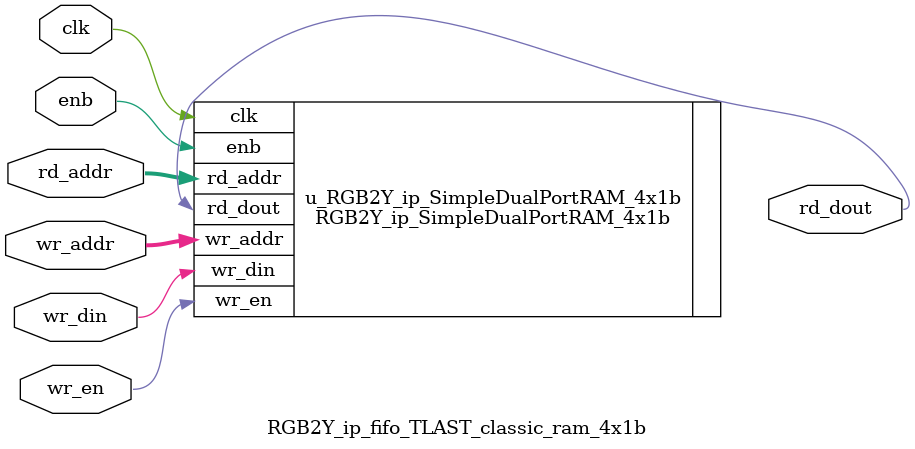
<source format=v>



`timescale 1 ns / 1 ns

module RGB2Y_ip_fifo_TLAST_classic_ram_4x1b
          (
           clk,
           enb,
           wr_din,
           wr_addr,
           wr_en,
           rd_addr,
           rd_dout
          );


  input   clk;
  input   enb;
  input   wr_din;  // ufix1
  input   [1:0] wr_addr;  // ufix2
  input   wr_en;  // ufix1
  input   [1:0] rd_addr;  // ufix2
  output  rd_dout;  // ufix1




  RGB2Y_ip_SimpleDualPortRAM_4x1b   u_RGB2Y_ip_SimpleDualPortRAM_4x1b   (.clk(clk),
                                                                         .enb(enb),
                                                                         .wr_din(wr_din),  // ufix1
                                                                         .wr_addr(wr_addr),  // ufix2
                                                                         .wr_en(wr_en),  // ufix1
                                                                         .rd_addr(rd_addr),  // ufix2
                                                                         .rd_dout(rd_dout)  // ufix1
                                                                         );

endmodule  // RGB2Y_ip_fifo_TLAST_classic_ram_4x1b


</source>
